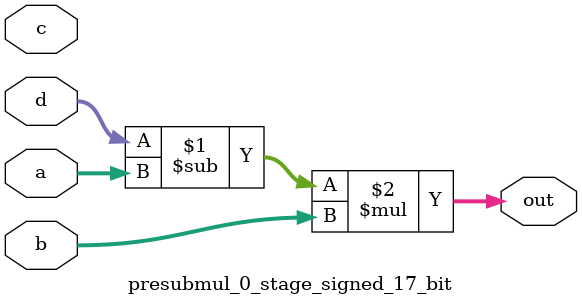
<source format=sv>
(* use_dsp = "yes" *) module presubmul_0_stage_signed_17_bit(
	input signed [16:0] a,
	input signed [16:0] b,
	input signed [16:0] c,
	input signed [16:0] d,
	output [16:0] out
	);

	assign out = (d - a) * b;
endmodule

</source>
